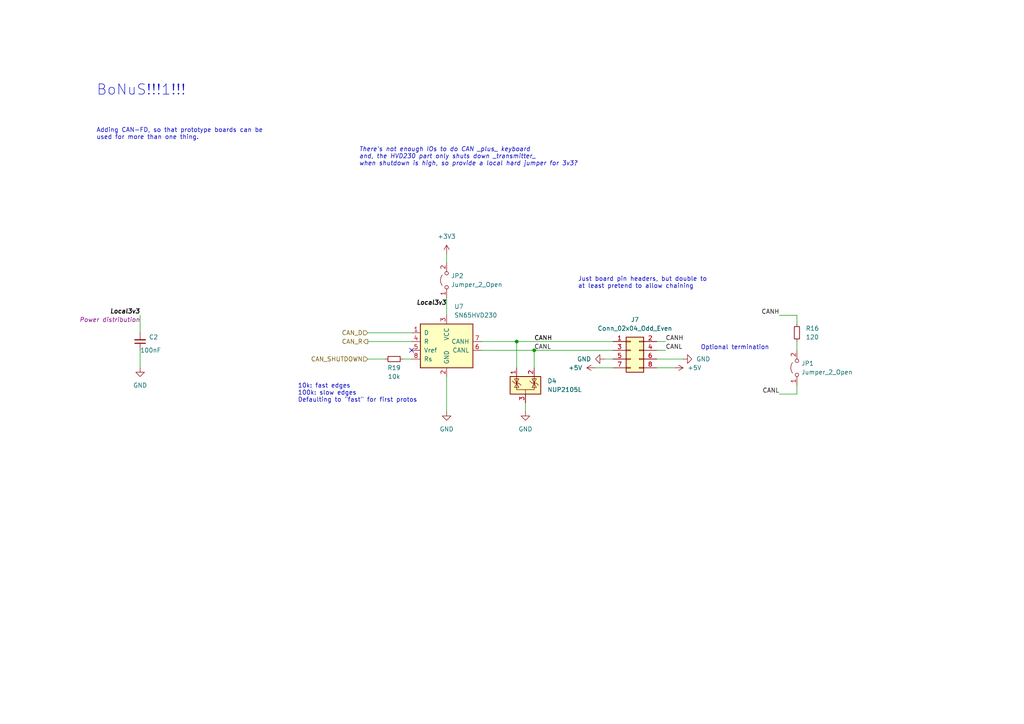
<source format=kicad_sch>
(kicad_sch (version 20230121) (generator eeschema)
  (paper "A4")
  (title_block (title "Das KB4-Bara2") (company "Ekta Labs") (comment 1 "http://github.com/karlp/das-kb4-bara2"))
  (lib_symbols
    (symbol "Connector_Generic:Conn_02x04_Odd_Even" (pin_names (offset 1.016) hide)
      (property "Reference" "J" (at 1.27 5.08 0))
      (property "Value" "Conn_02x04_Odd_Even" (at 1.27 -7.62 0))
      (symbol "Conn_02x04_Odd_Even_1_1"
        (rectangle (start -1.27 -4.953) (end 0 -5.207) (stroke (width 0.1524)))
        (rectangle (start -1.27 -2.413) (end 0 -2.667) (stroke (width 0.1524)))
        (rectangle (start -1.27 0.127) (end 0 -0.127) (stroke (width 0.1524)))
        (rectangle (start -1.27 2.667) (end 0 2.413) (stroke (width 0.1524)))
        (rectangle (start -1.27 3.81) (end 3.81 -6.35) (stroke (width 0.254)) (fill (type background)))
        (rectangle (start 3.81 -4.953) (end 2.54 -5.207) (stroke (width 0.1524)))
        (rectangle (start 3.81 -2.413) (end 2.54 -2.667) (stroke (width 0.1524)))
        (rectangle (start 3.81 0.127) (end 2.54 -0.127) (stroke (width 0.1524)))
        (rectangle (start 3.81 2.667) (end 2.54 2.413) (stroke (width 0.1524)))
        (pin passive line (at -5.08 2.54 0) (length 3.81) (name "Pin_1") (number "1"))
        (pin passive line (at 7.62 2.54 180) (length 3.81) (name "Pin_2") (number "2"))
        (pin passive line (at -5.08 0 0) (length 3.81) (name "Pin_3") (number "3"))
        (pin passive line (at 7.62 0 180) (length 3.81) (name "Pin_4") (number "4"))
        (pin passive line (at -5.08 -2.54 0) (length 3.81) (name "Pin_5") (number "5"))
        (pin passive line (at 7.62 -2.54 180) (length 3.81) (name "Pin_6") (number "6"))
        (pin passive line (at -5.08 -5.08 0) (length 3.81) (name "Pin_7") (number "7"))
        (pin passive line (at 7.62 -5.08 180) (length 3.81) (name "Pin_8") (number "8"))
      )
    )
    (symbol "Device:C_Small" (pin_numbers hide) (pin_names (offset 0.254) hide)
      (property "Reference" "C" (at 0.254 1.778 0))
      (property "Value" "C_Small" (at 0.254 -2.032 0))
      (symbol "C_Small_0_1"
        (polyline (pts (xy -1.524 -0.508) (xy 1.524 -0.508)) (stroke (width 0.3302)))
        (polyline (pts (xy -1.524 0.508) (xy 1.524 0.508)) (stroke (width 0.3048)))
      )
      (symbol "C_Small_1_1"
        (pin passive line (at 0 2.54 270) (length 2.032) (name "~") (number "1"))
        (pin passive line (at 0 -2.54 90) (length 2.032) (name "~") (number "2"))
      )
    )
    (symbol "Device:R_Small" (pin_numbers hide) (pin_names (offset 0.254) hide)
      (property "Reference" "R" (at 0.762 0.508 0))
      (property "Value" "R_Small" (at 0.762 -1.016 0))
      (symbol "R_Small_0_1"
        (rectangle (start -0.762 1.778) (end 0.762 -1.778) (stroke (width 0.2032)))
      )
      (symbol "R_Small_1_1"
        (pin passive line (at 0 2.54 270) (length 0.762) (name "~") (number "1"))
        (pin passive line (at 0 -2.54 90) (length 0.762) (name "~") (number "2"))
      )
    )
    (symbol "Interface_CAN_LIN:SN65HVD230" (pin_names (offset 1.016))
      (property "Reference" "U" (at -2.54 10.16 0))
      (property "Value" "SN65HVD230" (at -2.54 7.62 0))
      (symbol "SN65HVD230_0_1"
        (rectangle (start -7.62 5.08) (end 7.62 -7.62) (stroke (width 0.254)) (fill (type background)))
      )
      (symbol "SN65HVD230_1_1"
        (pin input line (at -10.16 2.54 0) (length 2.54) (name "D") (number "1"))
        (pin power_in line (at 0 -10.16 90) (length 2.54) (name "GND") (number "2"))
        (pin power_in line (at 0 7.62 270) (length 2.54) (name "VCC") (number "3"))
        (pin output line (at -10.16 0 0) (length 2.54) (name "R") (number "4"))
        (pin output line (at -10.16 -2.54 0) (length 2.54) (name "Vref") (number "5"))
        (pin bidirectional line (at 10.16 -2.54 180) (length 2.54) (name "CANL") (number "6"))
        (pin bidirectional line (at 10.16 0 180) (length 2.54) (name "CANH") (number "7"))
        (pin input line (at -10.16 -5.08 0) (length 2.54) (name "Rs") (number "8"))
      )
    )
    (symbol "Jumper:Jumper_2_Open" (pin_names (offset 0) hide)
      (property "Reference" "JP" (at 0 2.794 0))
      (property "Value" "Jumper_2_Open" (at 0 -2.286 0))
      (symbol "Jumper_2_Open_0_0"
        (circle (center -2.032 0) (radius 0.508))
        (circle (center 2.032 0) (radius 0.508))
      )
      (symbol "Jumper_2_Open_0_1"
        (arc (start 1.524 1.27) (mid 0 1.778) (end -1.524 1.27))
      )
      (symbol "Jumper_2_Open_1_1"
        (pin passive line (at -5.08 0 0) (length 2.54) (name "A") (number "1"))
        (pin passive line (at 5.08 0 180) (length 2.54) (name "B") (number "2"))
      )
    )
    (symbol "Power_Protection:NUP2105L" (pin_names hide)
      (property "Reference" "D" (at 5.715 2.54 0))
      (property "Value" "NUP2105L" (at 5.715 0.635 0))
      (symbol "NUP2105L_0_0"
        (pin passive line (at 0 -5.08 90) (length 2.54) (name "A") (number "3"))
      )
      (symbol "NUP2105L_0_1"
        (rectangle (start -4.445 2.54) (end 4.445 -2.54) (stroke (width 0.254)) (fill (type background)))
        (polyline (pts (xy -2.54 2.54) (xy -2.54 0.635)))
        (polyline (pts (xy 0 -1.27) (xy 0 -2.54)))
        (polyline (pts (xy 2.54 2.54) (xy 2.54 0.635)))
        (polyline (pts (xy -3.81 1.27) (xy -3.175 0.635) (xy -1.905 0.635) (xy -1.27 0)))
        (polyline (pts (xy -2.54 0.635) (xy -2.54 -1.27) (xy 2.54 -1.27) (xy 2.54 0.635)))
        (polyline (pts (xy -2.54 0.635) (xy -1.905 -0.635) (xy -3.175 -0.635) (xy -2.54 0.635)))
        (polyline (pts (xy 2.54 0.635) (xy 1.905 -0.635) (xy 3.175 -0.635) (xy 2.54 0.635)))
        (polyline (pts (xy 2.54 0.635) (xy 3.175 1.905) (xy 1.905 1.905) (xy 2.54 0.635)))
        (polyline (pts (xy -2.54 0.635) (xy -3.175 1.905) (xy -1.905 1.905) (xy -2.54 0.635) (xy -2.54 1.27)))
        (polyline (pts (xy 1.27 1.27) (xy 1.905 0.635) (xy 2.54 0.635) (xy 3.175 0.635) (xy 3.81 0)))
      )
      (symbol "NUP2105L_1_1"
        (pin passive line (at -2.54 5.08 270) (length 2.54) (name "K") (number "1"))
        (pin passive line (at 2.54 5.08 270) (length 2.54) (name "K") (number "2"))
      )
    )
    (symbol "power:+3V3" (power) (pin_names (offset 0))
      (property "Value" "+3V3" (at 0 3.556 0))
      (symbol "+3V3_0_1"
        (polyline (pts (xy -0.762 1.27) (xy 0 2.54)))
        (polyline (pts (xy 0 0) (xy 0 2.54)))
        (polyline (pts (xy 0 2.54) (xy 0.762 1.27)))
      )
      (symbol "+3V3_1_1"
        (pin power_in line (at 0 0 90) (length 0) hide (name "+3V3") (number "1"))
      )
    )
    (symbol "power:+5V" (power) (pin_names (offset 0))
      (property "Value" "+5V" (at 0 3.556 0))
      (symbol "+5V_0_1"
        (polyline (pts (xy -0.762 1.27) (xy 0 2.54)))
        (polyline (pts (xy 0 0) (xy 0 2.54)))
        (polyline (pts (xy 0 2.54) (xy 0.762 1.27)))
      )
      (symbol "+5V_1_1"
        (pin power_in line (at 0 0 90) (length 0) hide (name "+5V") (number "1"))
      )
    )
    (symbol "power:GND" (power) (pin_names (offset 0))
      (property "Value" "GND" (at 0 -3.81 0))
      (symbol "GND_0_1"
        (polyline (pts (xy 0 0) (xy 0 -1.27) (xy 1.27 -1.27) (xy 0 -2.54) (xy -1.27 -1.27) (xy 0 -1.27)))
      )
      (symbol "GND_1_1"
        (pin power_in line (at 0 0 270) (length 0) hide (name "GND") (number "1"))
      )
    )
  )
  (junction (at 149.86 99.06))
  (junction (at 154.94 101.6))
  (no_connect (at 119.38 101.6))
  (wire (pts (xy 152.4 119.38) (xy 152.4 116.84)))
  (wire (pts (xy 40.64 91.44) (xy 40.64 96.52)))
  (wire (pts (xy 40.64 101.6) (xy 40.64 106.68)))
  (wire (pts (xy 129.54 86.36) (xy 129.54 91.44)))
  (wire (pts (xy 129.54 109.22) (xy 129.54 119.38)))
  (wire (pts (xy 226.06 114.3) (xy 231.14 114.3)))
  (wire (pts (xy 226.06 91.44) (xy 231.14 91.44)))
  (wire (pts (xy 231.14 91.44) (xy 231.14 93.98)))
  (wire (pts (xy 190.5 106.68) (xy 195.58 106.68)))
  (wire (pts (xy 149.86 99.06) (xy 149.86 106.68)))
  (wire (pts (xy 116.84 104.14) (xy 119.38 104.14)))
  (wire (pts (xy 139.7 99.06) (xy 149.86 99.06)))
  (wire (pts (xy 149.86 99.06) (xy 177.8 99.06)))
  (wire (pts (xy 154.94 101.6) (xy 154.94 106.68)))
  (wire (pts (xy 231.14 99.06) (xy 231.14 101.6)))
  (wire (pts (xy 190.5 99.06) (xy 193.04 99.06)))
  (wire (pts (xy 172.72 106.68) (xy 177.8 106.68)))
  (wire (pts (xy 139.7 101.6) (xy 154.94 101.6)))
  (wire (pts (xy 106.68 104.14) (xy 111.76 104.14)))
  (wire (pts (xy 129.54 73.66) (xy 129.54 76.2)))
  (wire (pts (xy 231.14 111.76) (xy 231.14 114.3)))
  (wire (pts (xy 190.5 101.6) (xy 193.04 101.6)))
  (wire (pts (xy 175.26 104.14) (xy 177.8 104.14)))
  (wire (pts (xy 190.5 104.14) (xy 198.12 104.14)))
  (wire (pts (xy 106.68 99.06) (xy 119.38 99.06)))
  (wire (pts (xy 154.94 101.6) (xy 177.8 101.6)))
  (wire (pts (xy 106.68 96.52) (xy 119.38 96.52)))
  (text "Just board pin headers, but double to\nat least pretend to allow chaining" (at 167.64 83.82 0) (effects (font (size 1.27 1.27)) (justify left bottom)))
  (text "BoNuS!!!1!!!" (at 27.94 27.94 0) (effects (font (size 3 3)) (justify left bottom)))
  (text "There's not enough IOs to do CAN _plus_ keyboard\nand, the HVD230 part only shuts down _transmitter_ \nwhen shutdown is high, so provide a local hard jumper for 3v3?" (at 104.14 48.26 0) (effects (font (size 1.27 1.27) italic) (justify left bottom)))
  (text "Optional termination" (at 203.2 101.6 0) (effects (font (size 1.27 1.27)) (justify left bottom)))
  (text "Adding CAN-FD, so that prototype boards can be\nused for more than one thing." (at 27.94 40.64 0) (effects (font (size 1.27 1.27)) (justify left bottom)))
  (text "10k: fast edges\n100k: slow edges\nDefaulting to \"fast\" for first protos" (at 86.36 116.84 0) (effects (font (size 1.27 1.27)) (justify left bottom)))
  (label "CANL" (at 226.06 114.3 180))
  (label "Local3v3" (at 40.64 91.44 180) (effects (font bold italic)) (property "Netclass" "Power distribution" (at 40.64 92.71 0) (effects (font italic) (justify right))))
  (label "CANH" (at 154.94 99.06 0))
  (label "CANH" (at 226.06 91.44 180))
  (label "CANL" (at 193.04 101.6 0))
  (label "Local3v3" (at 129.54 88.9 180) (effects (font bold italic)))
  (label "CANL" (at 154.94 101.6 0))
  (label "CANH" (at 193.04 99.06 0))
  (label "CANH" (at 154.94 99.06 0))
  (hierarchical_label "CAN_D" (shape input) (at 106.68 96.52 180))
  (hierarchical_label "CAN_R" (shape output) (at 106.68 99.06 180))
  (hierarchical_label "CAN_SHUTDOWN" (shape input) (at 106.68 104.14 180))
  (symbol (lib_id "Connector_Generic:Conn_02x04_Odd_Even") (at 182.88 101.6 0) (unit 1)
    (property "Reference" "J7" (at 184.15 92.71 0))
    (property "Value" "Conn_02x04_Odd_Even" (at 184.15 95.25 0))
    (property "Footprint" "Connector_PinHeader_2.54mm:PinHeader_2x04_P2.54mm_Vertical" (effects hide))
  )
  (symbol (lib_id "Power_Protection:NUP2105L") (at 152.4 111.76 0) (unit 1)
    (property "Reference" "D4" (at 158.75 110.49 0) (effects (justify left)))
    (property "Value" "NUP2105L" (at 158.75 113.03 0) (effects (justify left)))
    (property "Footprint" "Package_TO_SOT_SMD:SOT-23" (effects hide))
    (property "Datasheet" "http://www.onsemi.com/pub_link/Collateral/NUP2105L-D.PDF" (effects hide))
    (property "MPN" "NUP2105LT1G" (effects hide))
    (property "jlc-basic" "0" (effects hide))
    (property "lcsc#" "C5261087" (effects hide))
  )
  (symbol (lib_id "power:+3V3") (at 129.54 73.66 0) (unit 1)
    (property "Reference" "#PWR044" (effects hide))
    (property "Value" "+3V3" (at 129.54 68.58 0))
  )
  (symbol (lib_id "Device:R_Small") (at 114.3 104.14 90) (unit 1)
    (property "Reference" "R19" (at 114.3 106.68 90))
    (property "Value" "10k" (at 114.3 109.22 90))
    (property "Footprint" "Resistor_SMD:R_0603_1608Metric" (effects hide))
    (property "MPN" "0603WAF1002T5E" (effects hide))
    (property "jlc-basic" "1" (effects hide))
    (property "lcsc#" "C25804" (effects hide))
  )
  (symbol (lib_id "power:+5V") (at 172.72 106.68 90) (unit 1)
    (property "Reference" "#PWR053" (effects hide))
    (property "Value" "+5V" (at 168.91 106.68 90) (effects (justify left)))
  )
  (symbol (lib_id "Device:C_Small") (at 40.64 99.06 180) (unit 1)
    (property "Reference" "C2" (at 43.18 97.7836 0) (effects (justify right)))
    (property "Value" "100nF" (at 40.64 101.6 0) (effects (justify right)))
    (property "Footprint" "Capacitor_SMD:C_0603_1608Metric" (effects hide))
    (property "MPN" "CC0603KRX7R9BB104 " (effects hide))
    (property "lcsc#" "C14663" (effects hide))
    (property "jlc-basic" "1" (effects hide))
    (instances (project "r2022-12" (path "" (reference "C2") (unit 1))) (project "das-kb4-bara2" (path "" (reference "C1") (unit 1)) (path "" (reference "C15") (unit 1)) (path "" (reference "C15") (unit 1))))
  )
  (symbol (lib_id "Jumper:Jumper_2_Open") (at 129.54 81.28 90) (unit 1)
    (property "Reference" "JP2" (at 130.81 80.01 90) (effects (justify right)))
    (property "Value" "Jumper_2_Open" (at 130.81 82.55 90) (effects (justify right)))
    (property "Footprint" "Connector_PinHeader_2.54mm:PinHeader_1x02_P2.54mm_Vertical" (effects hide))
  )
  (symbol (lib_id "power:GND") (at 129.54 119.38 0) (unit 1)
    (property "Reference" "#PWR045" (effects hide))
    (property "Value" "GND" (at 129.54 124.46 0))
  )
  (symbol (lib_id "power:GND") (at 175.26 104.14 270) (unit 1)
    (property "Reference" "#PWR046" (effects hide))
    (property "Value" "GND" (at 171.45 104.14 90) (effects (justify right)))
    (instances (project "das-kb4-bara2" (path "" (reference "#PWR046") (unit 1)) (path "" (reference "#PWR050") (unit 1))))
  )
  (symbol (lib_id "power:GND") (at 40.64 106.68 0) (unit 1)
    (property "Reference" "#PWR047" (effects hide))
    (property "Value" "GND" (at 40.64 111.76 0))
    (instances (project "das-kb4-bara2" (path "" (reference "#PWR047") (unit 1)) (path "" (reference "#PWR048") (unit 1))))
  )
  (symbol (lib_id "Jumper:Jumper_2_Open") (at 231.14 106.68 90) (unit 1)
    (property "Reference" "JP1" (at 232.41 105.41 90) (effects (justify right)))
    (property "Value" "Jumper_2_Open" (at 232.41 107.95 90) (effects (justify right)))
    (property "Footprint" "Connector_PinHeader_2.54mm:PinHeader_1x02_P2.54mm_Vertical" (effects hide))
  )
  (symbol (lib_id "Interface_CAN_LIN:SN65HVD230") (at 129.54 99.06 0) (unit 1)
    (property "Reference" "U7" (at 131.7341 88.9 0) (effects (justify left)))
    (property "Value" "SN65HVD230" (at 131.7341 91.44 0) (effects (justify left)))
    (property "Footprint" "Package_SO:SOIC-8_3.9x4.9mm_P1.27mm" (effects hide))
    (property "Datasheet" "http://www.ti.com/lit/ds/symlink/sn65hvd230.pdf" (effects hide))
    (property "lcsc#" "C12084" (effects hide))
    (property "MPN" "SN65HVD230DR" (effects hide))
    (property "jlc-basic" "1" (effects hide))
  )
  (symbol (lib_id "power:GND") (at 152.4 119.38 0) (unit 1)
    (property "Reference" "#PWR045" (effects hide))
    (property "Value" "GND" (at 152.4 124.46 0))
    (instances (project "das-kb4-bara2" (path "" (reference "#PWR045") (unit 1)) (path "" (reference "#PWR049") (unit 1))))
  )
  (symbol (lib_id "power:GND") (at 198.12 104.14 90) (unit 1)
    (property "Reference" "#PWR046" (effects hide))
    (property "Value" "GND" (at 201.93 104.14 90) (effects (justify right)))
    (instances (project "das-kb4-bara2" (path "" (reference "#PWR046") (unit 1)) (path "" (reference "#PWR047") (unit 1))))
  )
  (symbol (lib_id "power:+5V") (at 195.58 106.68 270) (unit 1)
    (property "Reference" "#PWR054" (effects hide))
    (property "Value" "+5V" (at 199.39 106.68 90) (effects (justify left)))
  )
  (symbol (lib_id "Device:R_Small") (at 231.14 96.52 180) (unit 1)
    (property "Reference" "R16" (at 233.68 95.25 0) (effects (justify right)))
    (property "Value" "120" (at 233.68 97.79 0) (effects (justify right)))
    (property "Footprint" "Resistor_SMD:R_0603_1608Metric" (effects hide))
    (property "MPN" "0603WAF1200T5E" (effects hide))
    (property "jlc-basic" "1" (effects hide))
    (property "lcsc#" "C22787" (effects hide))
    (instances (project "das-kb4-bara2" (path "" (reference "R16") (unit 1)) (path "" (reference "R20") (unit 1))))
  )
)
</source>
